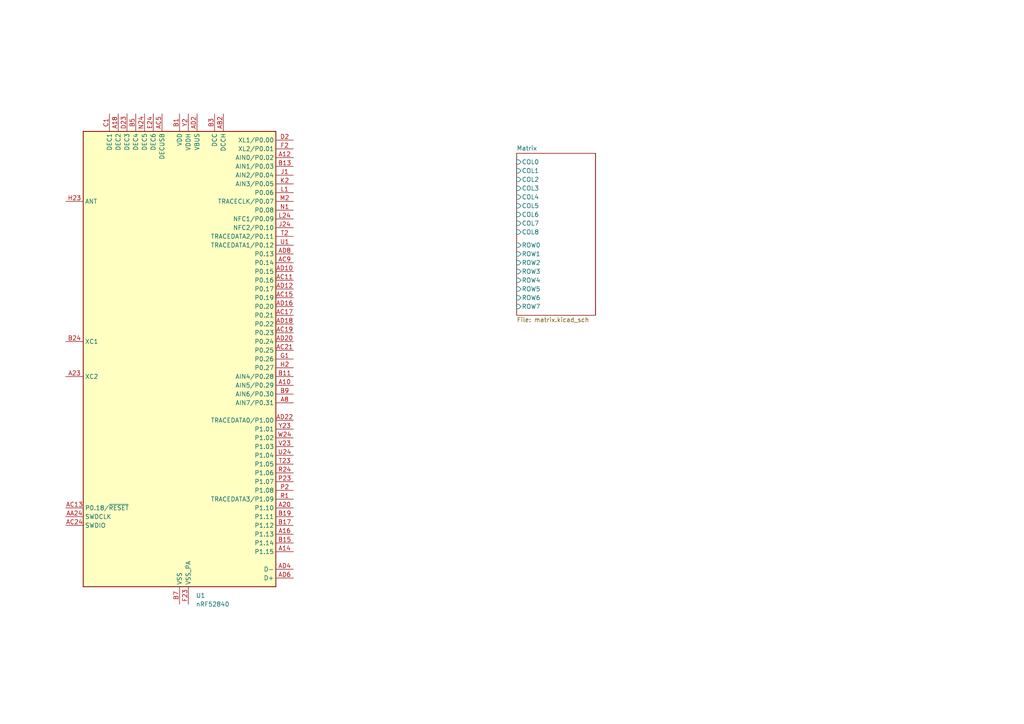
<source format=kicad_sch>
(kicad_sch (version 20231120) (generator "eeschema") (generator_version "8.0")
  (paper "A4")
  (lib_symbols
    (symbol "Connector:USB_C_Receptacle_USB2.0_16P" (pin_names (offset 1.016))
      (property "Reference" "J" (at 0 22.225 0))
      (property "Value" "USB_C_Receptacle_USB2.0_16P" (at 0 19.685 0))
      (symbol "USB_C_Receptacle_USB2.0_16P_0_0"
        (rectangle (start -0.254 -17.78) (end 0.254 -16.764))
        (rectangle (start 10.16 -14.986) (end 9.144 -15.494))
        (rectangle (start 10.16 -12.446) (end 9.144 -12.954))
        (rectangle (start 10.16 -4.826) (end 9.144 -5.334))
        (rectangle (start 10.16 -2.286) (end 9.144 -2.794))
        (rectangle (start 10.16 0.254) (end 9.144 -0.254))
        (rectangle (start 10.16 2.794) (end 9.144 2.286))
        (rectangle (start 10.16 7.874) (end 9.144 7.366))
        (rectangle (start 10.16 10.414) (end 9.144 9.906))
        (rectangle (start 10.16 15.494) (end 9.144 14.986))
      )
      (symbol "USB_C_Receptacle_USB2.0_16P_0_1"
        (rectangle (start -10.16 17.78) (end 10.16 -17.78) (stroke (width 0.254)) (fill (type background)))
        (arc (start -8.89 -3.81) (mid -6.985 -5.7067) (end -5.08 -3.81) (stroke (width 0.508)))
        (arc (start -7.62 -3.81) (mid -6.985 -4.4423) (end -6.35 -3.81) (stroke (width 0.254)))
        (arc (start -7.62 -3.81) (mid -6.985 -4.4423) (end -6.35 -3.81) (stroke (width 0.254)) (fill (type outline)))
        (rectangle (start -7.62 -3.81) (end -6.35 3.81) (stroke (width 0.254)) (fill (type outline)))
        (arc (start -6.35 3.81) (mid -6.985 4.4423) (end -7.62 3.81) (stroke (width 0.254)))
        (arc (start -6.35 3.81) (mid -6.985 4.4423) (end -7.62 3.81) (stroke (width 0.254)) (fill (type outline)))
        (arc (start -5.08 3.81) (mid -6.985 5.7067) (end -8.89 3.81) (stroke (width 0.508)))
        (circle (center -2.54 1.143) (radius 0.635) (stroke (width 0.254)) (fill (type outline)))
        (circle (center 0 -5.842) (radius 1.27) (fill (type outline)))
        (polyline (pts (xy -8.89 -3.81) (xy -8.89 3.81)) (stroke (width 0.508)))
        (polyline (pts (xy -5.08 3.81) (xy -5.08 -3.81)) (stroke (width 0.508)))
        (polyline (pts (xy 0 -5.842) (xy 0 4.318)) (stroke (width 0.508)))
        (polyline (pts (xy 0 -3.302) (xy -2.54 -0.762) (xy -2.54 0.508)) (stroke (width 0.508)))
        (polyline (pts (xy 0 -2.032) (xy 2.54 0.508) (xy 2.54 1.778)) (stroke (width 0.508)))
        (polyline (pts (xy -1.27 4.318) (xy 0 6.858) (xy 1.27 4.318) (xy -1.27 4.318)) (stroke (width 0.254)) (fill (type outline)))
        (rectangle (start 1.905 1.778) (end 3.175 3.048) (stroke (width 0.254)) (fill (type outline)))
      )
      (symbol "USB_C_Receptacle_USB2.0_16P_1_1"
        (pin passive line (at 0 -22.86 90) (length 5.08) (name "GND") (number "A1"))
        (pin passive line (at 0 -22.86 90) (length 5.08) hide (name "GND") (number "A12"))
        (pin passive line (at 15.24 15.24 180) (length 5.08) (name "VBUS") (number "A4"))
        (pin bidirectional line (at 15.24 10.16 180) (length 5.08) (name "CC1") (number "A5"))
        (pin bidirectional line (at 15.24 -2.54 180) (length 5.08) (name "D+") (number "A6"))
        (pin bidirectional line (at 15.24 2.54 180) (length 5.08) (name "D-") (number "A7"))
        (pin bidirectional line (at 15.24 -12.7 180) (length 5.08) (name "SBU1") (number "A8"))
        (pin passive line (at 15.24 15.24 180) (length 5.08) hide (name "VBUS") (number "A9"))
        (pin passive line (at 0 -22.86 90) (length 5.08) hide (name "GND") (number "B1"))
        (pin passive line (at 0 -22.86 90) (length 5.08) hide (name "GND") (number "B12"))
        (pin passive line (at 15.24 15.24 180) (length 5.08) hide (name "VBUS") (number "B4"))
        (pin bidirectional line (at 15.24 7.62 180) (length 5.08) (name "CC2") (number "B5"))
        (pin bidirectional line (at 15.24 -5.08 180) (length 5.08) (name "D+") (number "B6"))
        (pin bidirectional line (at 15.24 0 180) (length 5.08) (name "D-") (number "B7"))
        (pin bidirectional line (at 15.24 -15.24 180) (length 5.08) (name "SBU2") (number "B8"))
        (pin passive line (at 15.24 15.24 180) (length 5.08) hide (name "VBUS") (number "B9"))
        (pin passive line (at -7.62 -22.86 90) (length 5.08) (name "SHIELD") (number "S1"))
      )
    )
    (symbol "Device:C" (pin_numbers hide) (pin_names (offset 0.254))
      (property "Reference" "C" (at 0.635 2.54 0))
      (property "Value" "C" (at 0.635 -2.54 0))
      (symbol "C_0_1"
        (polyline (pts (xy -2.032 -0.762) (xy 2.032 -0.762)) (stroke (width 0.508)))
        (polyline (pts (xy -2.032 0.762) (xy 2.032 0.762)) (stroke (width 0.508)))
      )
      (symbol "C_1_1"
        (pin passive line (at 0 3.81 270) (length 2.794) (name "~") (number "1"))
        (pin passive line (at 0 -3.81 90) (length 2.794) (name "~") (number "2"))
      )
    )
    (symbol "Device:L" (pin_numbers hide) (pin_names (offset 1.016) hide)
      (property "Reference" "L" (at -1.27 0 90))
      (property "Value" "L" (at 1.905 0 90))
      (symbol "L_0_1"
        (arc (start 0 -2.54) (mid 0.6323 -1.905) (end 0 -1.27))
        (arc (start 0 -1.27) (mid 0.6323 -0.635) (end 0 0))
        (arc (start 0 0) (mid 0.6323 0.635) (end 0 1.27))
        (arc (start 0 1.27) (mid 0.6323 1.905) (end 0 2.54))
      )
      (symbol "L_1_1"
        (pin passive line (at 0 3.81 270) (length 1.27) (name "1") (number "1"))
        (pin passive line (at 0 -3.81 90) (length 1.27) (name "2") (number "2"))
      )
    )
    (symbol "MCU_Nordic:nRF52840"
      (property "Reference" "U" (at 0 5.08 0))
      (property "Value" "nRF52840" (at 0 2.54 0))
      (symbol "nRF52840_0_1"
        (rectangle (start -27.94 66.04) (end 27.94 -66.04) (stroke (width 0.254)) (fill (type background)))
      )
      (symbol "nRF52840_1_1"
        (pin bidirectional line (at 33.02 -7.62 180) (length 5.08) (name "AIN5/P0.29") (number "A10"))
        (pin bidirectional line (at 33.02 58.42 180) (length 5.08) (name "AIN0/P0.02") (number "A12"))
        (pin bidirectional line (at 33.02 -55.88 180) (length 5.08) (name "P1.15") (number "A14"))
        (pin bidirectional line (at 33.02 -50.8 180) (length 5.08) (name "P1.13") (number "A16"))
        (pin passive line (at -17.78 71.12 270) (length 5.08) (name "DEC2") (number "A18"))
        (pin bidirectional line (at 33.02 -43.18 180) (length 5.08) (name "P1.10") (number "A20"))
        (pin passive line (at 0 71.12 270) (length 5.08) hide (name "VDD") (number "A22"))
        (pin input line (at -33.02 -5.08 0) (length 5.08) (name "XC2") (number "A23"))
        (pin bidirectional line (at 33.02 -12.7 180) (length 5.08) (name "AIN7/P0.31") (number "A8"))
        (pin input line (at -33.02 -45.72 0) (length 5.08) (name "SWDCLK") (number "AA24"))
        (pin power_out line (at 12.7 71.12 270) (length 5.08) (name "DCCH") (number "AB2"))
        (pin bidirectional line (at 33.02 22.86 180) (length 5.08) (name "P0.16") (number "AC11"))
        (pin bidirectional line (at -33.02 -43.18 0) (length 5.08) (name "P0.18/~{RESET}") (number "AC13"))
        (pin bidirectional line (at 33.02 17.78 180) (length 5.08) (name "P0.19") (number "AC15"))
        (pin bidirectional line (at 33.02 12.7 180) (length 5.08) (name "P0.21") (number "AC17"))
        (pin bidirectional line (at 33.02 7.62 180) (length 5.08) (name "P0.23") (number "AC19"))
        (pin bidirectional line (at 33.02 2.54 180) (length 5.08) (name "P0.25") (number "AC21"))
        (pin bidirectional line (at -33.02 -48.26 0) (length 5.08) (name "SWDIO") (number "AC24"))
        (pin passive line (at -5.08 71.12 270) (length 5.08) (name "DECUSB") (number "AC5"))
        (pin bidirectional line (at 33.02 27.94 180) (length 5.08) (name "P0.14") (number "AC9"))
        (pin bidirectional line (at 33.02 25.4 180) (length 5.08) (name "P0.15") (number "AD10"))
        (pin bidirectional line (at 33.02 20.32 180) (length 5.08) (name "P0.17") (number "AD12"))
        (pin passive line (at 0 71.12 270) (length 5.08) hide (name "VDD") (number "AD14"))
        (pin bidirectional line (at 33.02 15.24 180) (length 5.08) (name "P0.20") (number "AD16"))
        (pin bidirectional line (at 33.02 10.16 180) (length 5.08) (name "P0.22") (number "AD18"))
        (pin power_in line (at 5.08 71.12 270) (length 5.08) (name "VBUS") (number "AD2"))
        (pin bidirectional line (at 33.02 5.08 180) (length 5.08) (name "P0.24") (number "AD20"))
        (pin bidirectional line (at 33.02 -17.78 180) (length 5.08) (name "TRACEDATA0/P1.00") (number "AD22"))
        (pin passive line (at 0 71.12 270) (length 5.08) hide (name "VDD") (number "AD23"))
        (pin bidirectional line (at 33.02 -60.96 180) (length 5.08) (name "D-") (number "AD4"))
        (pin bidirectional line (at 33.02 -63.5 180) (length 5.08) (name "D+") (number "AD6"))
        (pin bidirectional line (at 33.02 30.48 180) (length 5.08) (name "P0.13") (number "AD8"))
        (pin power_in line (at 0 71.12 270) (length 5.08) (name "VDD") (number "B1"))
        (pin bidirectional line (at 33.02 -5.08 180) (length 5.08) (name "AIN4/P0.28") (number "B11"))
        (pin bidirectional line (at 33.02 55.88 180) (length 5.08) (name "AIN1/P0.03") (number "B13"))
        (pin bidirectional line (at 33.02 -53.34 180) (length 5.08) (name "P1.14") (number "B15"))
        (pin bidirectional line (at 33.02 -48.26 180) (length 5.08) (name "P1.12") (number "B17"))
        (pin bidirectional line (at 33.02 -45.72 180) (length 5.08) (name "P1.11") (number "B19"))
        (pin input line (at -33.02 5.08 0) (length 5.08) (name "XC1") (number "B24"))
        (pin power_out line (at 10.16 71.12 270) (length 5.08) (name "DCC") (number "B3"))
        (pin passive line (at -12.7 71.12 270) (length 5.08) (name "DEC4") (number "B5"))
        (pin power_in line (at 0 -71.12 90) (length 5.08) (name "VSS") (number "B7"))
        (pin bidirectional line (at 33.02 -10.16 180) (length 5.08) (name "AIN6/P0.30") (number "B9"))
        (pin passive line (at -20.32 71.12 270) (length 5.08) (name "DEC1") (number "C1"))
        (pin bidirectional line (at 33.02 63.5 180) (length 5.08) (name "XL1/P0.00") (number "D2"))
        (pin passive line (at -15.24 71.12 270) (length 5.08) (name "DEC3") (number "D23"))
        (pin passive line (at -7.62 71.12 270) (length 5.08) (name "DEC6") (number "E24"))
        (pin passive line (at 0 -71.12 90) (length 5.08) hide (name "VSS") (number "EP"))
        (pin bidirectional line (at 33.02 60.96 180) (length 5.08) (name "XL2/P0.01") (number "F2"))
        (pin power_in line (at 2.54 -71.12 90) (length 5.08) (name "VSS_PA") (number "F23"))
        (pin bidirectional line (at 33.02 0 180) (length 5.08) (name "P0.26") (number "G1"))
        (pin bidirectional line (at 33.02 -2.54 180) (length 5.08) (name "P0.27") (number "H2"))
        (pin passive line (at -33.02 45.72 0) (length 5.08) (name "ANT") (number "H23"))
        (pin bidirectional line (at 33.02 53.34 180) (length 5.08) (name "AIN2/P0.04") (number "J1"))
        (pin bidirectional line (at 33.02 38.1 180) (length 5.08) (name "NFC2/P0.10") (number "J24"))
        (pin bidirectional line (at 33.02 50.8 180) (length 5.08) (name "AIN3/P0.05") (number "K2"))
        (pin bidirectional line (at 33.02 48.26 180) (length 5.08) (name "P0.06") (number "L1"))
        (pin bidirectional line (at 33.02 40.64 180) (length 5.08) (name "NFC1/P0.09") (number "L24"))
        (pin bidirectional line (at 33.02 45.72 180) (length 5.08) (name "TRACECLK/P0.07") (number "M2"))
        (pin bidirectional line (at 33.02 43.18 180) (length 5.08) (name "P0.08") (number "N1"))
        (pin passive line (at -10.16 71.12 270) (length 5.08) (name "DEC5") (number "N24"))
        (pin bidirectional line (at 33.02 -38.1 180) (length 5.08) (name "P1.08") (number "P2"))
        (pin bidirectional line (at 33.02 -35.56 180) (length 5.08) (name "P1.07") (number "P23"))
        (pin bidirectional line (at 33.02 -40.64 180) (length 5.08) (name "TRACEDATA3/P1.09") (number "R1"))
        (pin bidirectional line (at 33.02 -33.02 180) (length 5.08) (name "P1.06") (number "R24"))
        (pin bidirectional line (at 33.02 35.56 180) (length 5.08) (name "TRACEDATA2/P0.11") (number "T2"))
        (pin bidirectional line (at 33.02 -30.48 180) (length 5.08) (name "P1.05") (number "T23"))
        (pin bidirectional line (at 33.02 33.02 180) (length 5.08) (name "TRACEDATA1/P0.12") (number "U1"))
        (pin bidirectional line (at 33.02 -27.94 180) (length 5.08) (name "P1.04") (number "U24"))
        (pin bidirectional line (at 33.02 -25.4 180) (length 5.08) (name "P1.03") (number "V23"))
        (pin passive line (at 0 71.12 270) (length 5.08) hide (name "VDD") (number "W1"))
        (pin bidirectional line (at 33.02 -22.86 180) (length 5.08) (name "P1.02") (number "W24"))
        (pin power_in line (at 2.54 71.12 270) (length 5.08) (name "VDDH") (number "Y2"))
        (pin bidirectional line (at 33.02 -20.32 180) (length 5.08) (name "P1.01") (number "Y23"))
      )
    )
    (symbol "Regulator_Switching_Extra:MIC23051-CGYML"
      (property "Reference" "U" (at -7.62 12.7 0))
      (property "Value" "MIC23051-CGYML" (at -7.62 10.16 0))
      (symbol "MIC23051-CGYML_0_0"
        (pin power_in line (at 0 -10.16 90) (length 2.54) (name "EP_GND") (number "9"))
      )
      (symbol "MIC23051-CGYML_1_1"
        (rectangle (start -7.62 7.62) (end 7.62 -7.62) (stroke (width 0.3048)) (fill (type background)))
        (pin output line (at 10.16 5.08 180) (length 2.54) (name "SW") (number "1"))
        (pin input line (at -10.16 2.54 0) (length 2.54) (name "EN") (number "2"))
        (pin input line (at -10.16 0 0) (length 2.54) (name "VSC") (number "3"))
        (pin input line (at 10.16 2.54 180) (length 2.54) (name "SNS") (number "4"))
        (pin output line (at 10.16 0 180) (length 2.54) (name "CFF") (number "5"))
        (pin power_in line (at -2.54 -10.16 90) (length 2.54) (name "AGND") (number "6"))
        (pin power_in line (at -10.16 5.08 0) (length 2.54) (name "VIN") (number "7"))
        (pin power_in line (at 2.54 -10.16 90) (length 2.54) (name "PGND") (number "8"))
      )
    )
    (symbol "power:+1V8" (power) (pin_numbers hide) (pin_names (offset 0) hide)
      (property "Value" "+1V8" (at 0 3.556 0))
      (symbol "+1V8_0_1"
        (polyline (pts (xy -0.762 1.27) (xy 0 2.54)))
        (polyline (pts (xy 0 0) (xy 0 2.54)))
        (polyline (pts (xy 0 2.54) (xy 0.762 1.27)))
      )
      (symbol "+1V8_1_1"
        (pin power_in line (at 0 0 90) (length 0) (name "~") (number "1"))
      )
    )
    (symbol "power:+BATT" (power) (pin_numbers hide) (pin_names (offset 0) hide)
      (property "Value" "+BATT" (at 0 3.556 0))
      (symbol "+BATT_0_1"
        (polyline (pts (xy -0.762 1.27) (xy 0 2.54)))
        (polyline (pts (xy 0 0) (xy 0 2.54)))
        (polyline (pts (xy 0 2.54) (xy 0.762 1.27)))
      )
      (symbol "+BATT_1_1"
        (pin power_in line (at 0 0 90) (length 0) (name "~") (number "1"))
      )
    )
    (symbol "power:GND" (power) (pin_numbers hide) (pin_names (offset 0) hide)
      (property "Value" "GND" (at 0 -3.81 0))
      (symbol "GND_0_1"
        (polyline (pts (xy 0 0) (xy 0 -1.27) (xy 1.27 -1.27) (xy 0 -2.54) (xy -1.27 -1.27) (xy 0 -1.27)))
      )
      (symbol "GND_1_1"
        (pin power_in line (at 0 0 270) (length 0) (name "~") (number "1"))
      )
    )
    (symbol "power:VBUS" (power) (pin_numbers hide) (pin_names (offset 0) hide)
      (property "Value" "VBUS" (at 0 3.556 0))
      (symbol "VBUS_0_1"
        (polyline (pts (xy -0.762 1.27) (xy 0 2.54)))
        (polyline (pts (xy 0 0) (xy 0 2.54)))
        (polyline (pts (xy 0 2.54) (xy 0.762 1.27)))
      )
      (symbol "VBUS_1_1"
        (pin power_in line (at 0 0 90) (length 0) (name "~") (number "1"))
      )
    )
  )
  (junction (at -52.07 49.53))
  (junction (at -74.93 63.5))
  (junction (at -87.63 46.99))
  (junction (at -46.99 46.99))
  (junction (at -87.63 49.53))
  (junction (at -92.71 46.99))
  (junction (at -52.07 46.99))
  (no_connect (at -62.23 121.92))
  (no_connect (at -85.09 132.08))
  (no_connect (at -62.23 124.46))
  (wire (pts (xy -46.99 57.15) (xy -46.99 59.69)))
  (wire (pts (xy -52.07 49.53) (xy -52.07 52.07)))
  (wire (pts (xy -74.93 63.5) (xy -72.39 63.5)))
  (wire (pts (xy -74.93 63.5) (xy -74.93 64.77)))
  (wire (pts (xy -62.23 111.76) (xy -59.69 111.76)))
  (wire (pts (xy -64.77 52.07) (xy -62.23 52.07)))
  (wire (pts (xy -87.63 46.99) (xy -85.09 46.99)))
  (wire (pts (xy -92.71 46.99) (xy -87.63 46.99)))
  (wire (pts (xy -87.63 52.07) (xy -87.63 49.53)))
  (wire (pts (xy -87.63 49.53) (xy -85.09 49.53)))
  (wire (pts (xy -54.61 46.99) (xy -52.07 46.99)))
  (wire (pts (xy -59.69 111.76) (xy -59.69 114.3)))
  (wire (pts (xy -46.99 49.53) (xy -46.99 46.99)))
  (wire (pts (xy -62.23 106.68) (xy -59.69 106.68)))
  (wire (pts (xy -54.61 52.07) (xy -52.07 52.07)))
  (wire (pts (xy -52.07 46.99) (xy -52.07 49.53)))
  (wire (pts (xy -59.69 91.44) (xy -59.69 93.98)))
  (wire (pts (xy -85.09 52.07) (xy -87.63 52.07)))
  (wire (pts (xy -77.47 132.08) (xy -77.47 134.62)))
  (wire (pts (xy -92.71 44.45) (xy -92.71 46.99)))
  (wire (pts (xy -72.39 63.5) (xy -72.39 62.23)))
  (wire (pts (xy -62.23 114.3) (xy -59.69 114.3)))
  (wire (pts (xy -77.47 62.23) (xy -77.47 63.5)))
  (wire (pts (xy -74.93 62.23) (xy -74.93 63.5)))
  (wire (pts (xy -59.69 93.98) (xy -62.23 93.98)))
  (wire (pts (xy -92.71 57.15) (xy -92.71 59.69)))
  (wire (pts (xy -87.63 49.53) (xy -87.63 46.99)))
  (wire (pts (xy -64.77 46.99) (xy -62.23 46.99)))
  (wire (pts (xy -62.23 109.22) (xy -59.69 109.22)))
  (wire (pts (xy -46.99 44.45) (xy -46.99 46.99)))
  (wire (pts (xy -92.71 49.53) (xy -92.71 46.99)))
  (wire (pts (xy -77.47 63.5) (xy -74.93 63.5)))
  (wire (pts (xy -59.69 106.68) (xy -59.69 109.22)))
  (wire (pts (xy -52.07 46.99) (xy -46.99 46.99)))
  (wire (pts (xy -64.77 49.53) (xy -52.07 49.53)))
  (symbol (lib_id "Device:C") (at -92.71 53.34 0) (unit 1)
    (property "Reference" "C1" (at -91.44 50.8 0) (effects (justify left)))
    (property "Value" "4u7" (at -91.44 55.88 0) (effects (justify left)))
    (property "Description" "Unpolarized capacitor" (effects (hide yes)))
  )
  (symbol (lib_id "Connector:USB_C_Receptacle_USB2.0_16P") (at -77.47 109.22 0) (unit 1)
    (property "Reference" "J1" (at -77.47 86.36 0))
    (property "Value" "USB_C_Receptacle_USB2.0_16P" (at -77.47 88.9 0))
    (property "Datasheet" "https://www.usb.org/sites/default/files/documents/usb_type-c.zip" (effects (hide yes)))
    (property "Description" "USB 2.0-only 16P Type-C Receptacle connector" (effects (hide yes)))
  )
  (symbol (lib_id "power:+BATT") (at -92.71 44.45 0) (unit 1)
    (property "Reference" "#PWR05" (effects (hide yes)))
    (property "Value" "+BATT" (at -92.71 39.37 0))
    (property "Description" "Power symbol creates a global label with name \"+BATT\"" (effects (hide yes)))
  )
  (symbol (lib_id "Device:C") (at -46.99 53.34 0) (unit 1)
    (property "Reference" "C3" (at -45.72 50.8 0) (effects (justify left)))
    (property "Value" "4u7" (at -45.72 55.88 0) (effects (justify left)))
    (property "Description" "Unpolarized capacitor" (effects (hide yes)))
  )
  (symbol (lib_id "power:GND") (at -74.93 64.77 0) (unit 1)
    (property "Reference" "#PWR01" (effects (hide yes)))
    (property "Value" "GND" (at -74.93 69.85 0))
    (property "Description" "Power symbol creates a global label with name \"GND\" , ground" (effects (hide yes)))
  )
  (symbol (lib_id "Regulator_Switching_Extra:MIC23051-CGYML") (at -74.93 52.07 0) (unit 1)
    (property "Reference" "U2" (at -74.93 39.37 0))
    (property "Value" "MIC23051-CGYML" (at -74.93 41.91 0))
    (property "Footprint" "Package_DFN_QFN:Micrel_MLF-8-1EP_2x2mm_P0.5mm_EP0.6x1.2mm_ThermalVias" (effects (hide yes)))
    (property "Datasheet" "https://ww1.microchip.com/downloads/aemDocuments/documents/APID/ProductDocuments/DataSheets/MIC23051-4MHz-PWM-Buck-Regulator-with-HyperLight-Load%C2%AE-and-Voltage-Scaling-DS20006471A.pdf" (effects (hide yes)))
    (property "Description" "4MHz PWM Buck Regulator with HyperLight Load Switching Scheme, 1.8V Fixed Output Voltage, MLF-8" (effects (hide yes)))
  )
  (symbol (lib_id "power:+1V8") (at -46.99 44.45 0) (unit 1)
    (property "Reference" "#PWR04" (effects (hide yes)))
    (property "Value" "+1V8" (at -46.99 39.37 0))
    (property "Description" "Power symbol creates a global label with name \"+1V8\"" (effects (hide yes)))
  )
  (symbol (lib_id "power:GND") (at -46.99 59.69 0) (unit 1)
    (property "Reference" "#PWR03" (effects (hide yes)))
    (property "Value" "GND" (at -46.99 64.77 0))
    (property "Description" "Power symbol creates a global label with name \"GND\" , ground" (effects (hide yes)))
  )
  (symbol (lib_id "MCU_Nordic:nRF52840") (at 52.07 104.14 0) (unit 1)
    (property "Reference" "U1" (at 56.8041 172.72 0) (effects (justify left)))
    (property "Value" "nRF52840" (at 56.8041 175.26 0) (effects (justify left)))
    (property "Footprint" "Package_DFN_QFN:Nordic_AQFN-73-1EP_7x7mm_P0.5mm" (effects (hide yes)))
    (property "Datasheet" "http://infocenter.nordicsemi.com/topic/com.nordic.infocenter.nrf52/dita/nrf52/chips/nrf52840.html" (effects (hide yes)))
    (property "Description" "Multiprotocol BLE/ANT/2.4 GHz/802.15.4 Cortex-M4F SoC, AQFN-73" (effects (hide yes)))
  )
  (symbol (lib_id "power:GND") (at -92.71 59.69 0) (unit 1)
    (property "Reference" "#PWR02" (effects (hide yes)))
    (property "Value" "GND" (at -92.71 64.77 0))
    (property "Description" "Power symbol creates a global label with name \"GND\" , ground" (effects (hide yes)))
  )
  (symbol (lib_id "power:GND") (at -77.47 134.62 0) (unit 1)
    (property "Reference" "#PWR07" (effects (hide yes)))
    (property "Value" "GND" (at -77.47 139.7 0))
    (property "Description" "Power symbol creates a global label with name \"GND\" , ground" (effects (hide yes)))
  )
  (symbol (lib_id "Device:C") (at -58.42 52.07 90) (unit 1)
    (property "Reference" "C2" (at -55.88 50.8 90))
    (property "Value" "560p" (at -54.61 53.34 90))
    (property "Description" "Unpolarized capacitor" (effects (hide yes)))
  )
  (symbol (lib_id "power:VBUS") (at -59.69 91.44 0) (mirror y) (unit 1)
    (property "Reference" "#PWR06" (effects (hide yes)))
    (property "Value" "VBUS" (at -59.69 86.36 0))
    (property "Description" "Power symbol creates a global label with name \"VBUS\"" (effects (hide yes)))
  )
  (symbol (lib_id "Device:L") (at -58.42 46.99 90) (unit 1)
    (property "Reference" "L1" (at -58.42 41.91 90))
    (property "Value" "1u" (at -58.42 44.45 90))
    (property "Description" "Inductor" (effects (hide yes)))
  )
  (sheet (at 149.86 44.45) (size 22.86 46.99) (stroke (width 0.1524))
    (property "Sheetname" "Matrix" (at 149.86 43.7384 0) (effects (justify left bottom)))
    (property "Sheetfile" "matrix.kicad_sch" (at 149.86 92.0246 0) (effects (justify left top)))
    (pin "COL2" input (at 149.86 52.07 180))
    (pin "COL3" input (at 149.86 54.61 180))
    (pin "ROW2" input (at 149.86 76.2 180))
    (pin "ROW1" input (at 149.86 73.66 180))
    (pin "COL0" input (at 149.86 46.99 180))
    (pin "COL1" input (at 149.86 49.53 180))
    (pin "ROW0" input (at 149.86 71.12 180))
    (pin "COL8" input (at 149.86 67.31 180))
    (pin "COL7" input (at 149.86 64.77 180))
    (pin "COL6" input (at 149.86 62.23 180))
    (pin "COL4" input (at 149.86 57.15 180))
    (pin "COL5" input (at 149.86 59.69 180))
    (pin "ROW3" input (at 149.86 78.74 180))
    (pin "ROW4" input (at 149.86 81.28 180))
    (pin "ROW5" input (at 149.86 83.82 180))
    (pin "ROW6" input (at 149.86 86.36 180))
    (pin "ROW7" input (at 149.86 88.9 180))
  )
)
</source>
